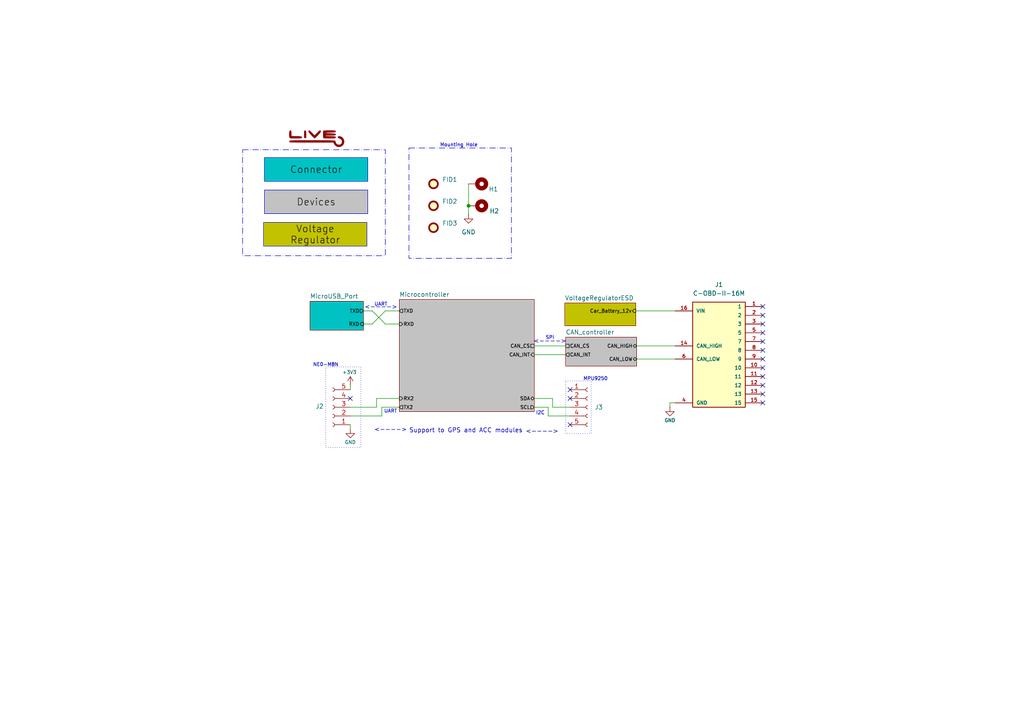
<source format=kicad_sch>
(kicad_sch (version 20231120) (generator "eeschema") (generator_version "8.0")
  (paper "A4")
  (title_block (title "Dongle eaLIVE for telemetry") (date "2024-09-19") (rev "2.0") (company "LIVE") (comment 1 "Size A4") (comment 2 "Drawn by: João Gabriel") (comment 3 "Sheet 1 of 5"))
  (lib_symbols
    (symbol "Connector:Conn_01x05_Socket" (pin_names (offset 1.016) hide)
      (property "Reference" "J" (at 0 7.62 0))
      (property "Value" "Conn_01x05_Socket" (at 0 -7.62 0))
      (symbol "Conn_01x05_Socket_1_1"
        (arc (start 0 -4.572) (mid -0.5058 -5.08) (end 0 -5.588) (stroke (width 0.1524)))
        (arc (start 0 -2.032) (mid -0.5058 -2.54) (end 0 -3.048) (stroke (width 0.1524)))
        (polyline (pts (xy -1.27 -5.08) (xy -0.508 -5.08)) (stroke (width 0.1524)))
        (polyline (pts (xy -1.27 -2.54) (xy -0.508 -2.54)) (stroke (width 0.1524)))
        (polyline (pts (xy -1.27 0) (xy -0.508 0)) (stroke (width 0.1524)))
        (polyline (pts (xy -1.27 2.54) (xy -0.508 2.54)) (stroke (width 0.1524)))
        (polyline (pts (xy -1.27 5.08) (xy -0.508 5.08)) (stroke (width 0.1524)))
        (arc (start 0 0.508) (mid -0.5058 0) (end 0 -0.508) (stroke (width 0.1524)))
        (arc (start 0 3.048) (mid -0.5058 2.54) (end 0 2.032) (stroke (width 0.1524)))
        (arc (start 0 5.588) (mid -0.5058 5.08) (end 0 4.572) (stroke (width 0.1524)))
        (pin passive line (at -5.08 5.08 0) (length 3.81) (name "Pin_1") (number "1"))
        (pin passive line (at -5.08 2.54 0) (length 3.81) (name "Pin_2") (number "2"))
        (pin passive line (at -5.08 0 0) (length 3.81) (name "Pin_3") (number "3"))
        (pin passive line (at -5.08 -2.54 0) (length 3.81) (name "Pin_4") (number "4"))
        (pin passive line (at -5.08 -5.08 0) (length 3.81) (name "Pin_5") (number "5"))
      )
    )
    (symbol "DongleALIVE:LOGO" (pin_names (offset 1.016))
      (symbol "LOGO_0_0"
        (polyline (pts (xy -2.921 -0.635) (xy -2.921 0.3718) (xy -2.9236 0.7706) (xy -2.9353 1.0853) (xy -2.9597 1.2867) (xy -3.0007 1.4043) (xy -3.0621 1.4675) (xy -3.1745 1.5108) (xy -3.3372 1.4452) (xy -3.3666 1.4151) (xy -3.4181 1.3063) (xy -3.4502 1.1183) (xy -3.4667 0.8211) (xy -3.4713 0.3847) (xy -3.4675 0.0489) (xy -3.4547 -0.2837) (xy -3.4352 -0.5205) (xy -3.411 -0.6248) (xy -3.3208 -0.6578) (xy -3.1358 -0.6601) (xy -2.921 -0.635)) (stroke (width 0.01)) (fill (type outline)))
        (polyline (pts (xy -5.3569 -0.758) (xy -4.8909 -0.7436) (xy -4.5566 -0.7147) (xy -4.3352 -0.6675) (xy -4.2081 -0.5978) (xy -4.1564 -0.5018) (xy -4.1616 -0.3754) (xy -4.1751 -0.3309) (xy -4.219 -0.2828) (xy -4.3136 -0.2474) (xy -4.4826 -0.2216) (xy -4.7499 -0.2021) (xy -5.139 -0.1858) (xy -5.6737 -0.1694) (xy -7.1543 -0.127) (xy -7.1966 0.6764) (xy -7.2119 0.9399) (xy -7.2375 1.2248) (xy -7.2725 1.3935) (xy -7.3249 1.4782) (xy -7.4027 1.5112) (xy -7.512 1.5148) (xy -7.6421 1.4357) (xy -7.7278 1.2389) (xy -7.7749 0.9078) (xy -7.7893 0.426) (xy -7.7875 0.2092) (xy -7.7689 -0.1658) (xy -7.7269 -0.4167) (xy -7.6575 -0.5738) (xy -7.6483 -0.5869) (xy -7.5943 -0.6501) (xy -7.5204 -0.6959) (xy -7.4017 -0.7272) (xy -7.2132 -0.7466) (xy -6.9301 -0.757) (xy -6.5275 -0.7612) (xy -5.9804 -0.762) (xy -5.9732 -0.762) (xy -5.3569 -0.758)) (stroke (width 0.01)) (fill (type outline)))
        (polyline (pts (xy -0.3395 -0.6778) (xy -0.3272 -0.6702) (xy -0.1971 -0.5604) (xy 0.0157 -0.3561) (xy 0.2845 -0.0835) (xy 0.5828 0.2311) (xy 0.8074 0.4772) (xy 1.1041 0.8296) (xy 1.2827 1.093) (xy 1.3494 1.281) (xy 1.3108 1.4073) (xy 1.1733 1.4855) (xy 1.0993 1.4946) (xy 0.9867 1.455) (xy 0.8345 1.3405) (xy 0.6196 1.1329) (xy 0.3188 0.8139) (xy 0.028 0.5071) (xy -0.2373 0.254) (xy -0.4229 0.1185) (xy -0.5418 0.0917) (xy -0.6068 0.1644) (xy -0.6417 0.2222) (xy -0.7779 0.3854) (xy -0.9849 0.6068) (xy -1.2318 0.8561) (xy -1.4874 1.1027) (xy -1.7207 1.3165) (xy -1.9008 1.4671) (xy -1.9965 1.524) (xy -2.0813 1.4919) (xy -2.1985 1.36) (xy -2.2137 1.322) (xy -2.2123 1.2165) (xy -2.1493 1.0739) (xy -2.0126 0.8781) (xy -1.7903 0.6131) (xy -1.4703 0.2627) (xy -1.0405 -0.1892) (xy -0.9697 -0.2625) (xy -0.7215 -0.5074) (xy -0.5513 -0.646) (xy -0.4326 -0.6968) (xy -0.3395 -0.6778)) (stroke (width 0.01)) (fill (type outline)))
        (polyline (pts (xy 6.8585 -3.2357) (xy 7.3081 -3.0693) (xy 7.7235 -2.7521) (xy 7.9284 -2.4838) (xy 8.089 -2.0388) (xy 8.1083 -1.5177) (xy 8.031 -1.1792) (xy 7.8229 -0.7866) (xy 7.5217 -0.4658) (xy 7.1597 -0.2493) (xy 6.7691 -0.1697) (xy 6.7477 -0.1698) (xy 6.4645 -0.2199) (xy 6.3191 -0.3365) (xy 6.3135 -0.4864) (xy 6.4499 -0.6363) (xy 6.7305 -0.7531) (xy 7.0001 -0.8572) (xy 7.3245 -1.1171) (xy 7.3558 -1.1549) (xy 7.4798 -1.3412) (xy 7.525 -1.5335) (xy 7.513 -1.8116) (xy 7.4809 -2.034) (xy 7.3958 -2.2539) (xy 7.2365 -2.4219) (xy 7.0525 -2.546) (xy 6.6955 -2.6564) (xy 6.3153 -2.6036) (xy 6.0358 -2.4779) (xy 5.8039 -2.2543) (xy 5.6571 -1.9124) (xy 5.6345 -1.837) (xy 5.5511 -1.6055) (xy 5.4782 -1.4605) (xy 5.4652 -1.4514) (xy 5.3863 -1.4321) (xy 5.2319 -1.4154) (xy 4.9925 -1.401) (xy 4.6587 -1.3889) (xy 4.2212 -1.3789) (xy 3.6706 -1.3709) (xy 2.9976 -1.3647) (xy 2.1927 -1.3601) (xy 1.2466 -1.357) (xy 0.1499 -1.3552) (xy -1.1068 -1.3547) (xy -1.2647 -1.3547) (xy -2.4511 -1.3549) (xy -3.4807 -1.3557) (xy -4.3649 -1.3574) (xy -5.1147 -1.3601) (xy -5.7414 -1.3641) (xy -6.2563 -1.3697) (xy -6.6705 -1.3771) (xy -6.9953 -1.3866) (xy -7.2418 -1.3984) (xy -7.4213 -1.4127) (xy -7.5449 -1.4299) (xy -7.624 -1.4501) (xy -7.6697 -1.4736) (xy -7.6933 -1.5007) (xy -7.7244 -1.5801) (xy -7.6945 -1.797) (xy -7.6926 -1.8003) (xy -7.6687 -1.8281) (xy -7.6236 -1.8522) (xy -7.546 -1.8728) (xy -7.4244 -1.8902) (xy -7.2475 -1.9046) (xy -7.0039 -1.9165) (xy -6.6821 -1.9259) (xy -6.2707 -1.9332) (xy -5.7584 -1.9386) (xy -5.1338 -1.9425) (xy -4.3855 -1.945) (xy -3.502 -1.9465) (xy -2.472 -1.9472) (xy -1.284 -1.9474) (xy 5.046 -1.9474) (xy 5.1469 -2.2263) (xy 5.2138 -2.3712) (xy 5.4586 -2.6988) (xy 5.7888 -2.9861) (xy 6.1489 -3.1804) (xy 6.3986 -3.245) (xy 6.8585 -3.2357)) (stroke (width 0.01)) (fill (type outline)))
        (polyline (pts (xy 4.1621 -0.7563) (xy 4.61 -0.7477) (xy 4.9989 -0.7317) (xy 5.2942 -0.7082) (xy 5.4614 -0.6772) (xy 5.4639 -0.6762) (xy 5.6292 -0.5682) (xy 5.6574 -0.402) (xy 5.655 -0.3858) (xy 5.6377 -0.3219) (xy 5.5927 -0.2753) (xy 5.4966 -0.2429) (xy 5.3256 -0.2213) (xy 5.0562 -0.2073) (xy 4.6647 -0.1974) (xy 4.1275 -0.1886) (xy 3.5812 -0.1782) (xy 3.1797 -0.1649) (xy 2.9047 -0.1465) (xy 2.7348 -0.1211) (xy 2.6487 -0.0864) (xy 2.6247 -0.0404) (xy 2.6427 0.0017) (xy 2.7191 0.0367) (xy 2.8762 0.0606) (xy 3.1363 0.0753) (xy 3.5214 0.0826) (xy 4.0536 0.0846) (xy 4.5047 0.0861) (xy 4.9234 0.093) (xy 5.2172 0.1076) (xy 5.4106 0.132) (xy 5.5281 0.1684) (xy 5.5939 0.2187) (xy 5.655 0.3274) (xy 5.6163 0.4939) (xy 5.6149 0.4961) (xy 5.56 0.5481) (xy 5.4567 0.5867) (xy 5.2809 0.6144) (xy 5.0083 0.6338) (xy 4.6147 0.6476) (xy 4.0761 0.6581) (xy 3.6268 0.6667) (xy 3.2087 0.68) (xy 2.9209 0.6982) (xy 2.742 0.7235) (xy 2.6504 0.7582) (xy 2.6247 0.8043) (xy 2.6411 0.8427) (xy 2.7186 0.8793) (xy 2.8793 0.9063) (xy 3.1447 0.9257) (xy 3.5365 0.9397) (xy 4.0761 0.9505) (xy 4.0988 0.9508) (xy 4.6317 0.9615) (xy 5.0203 0.9754) (xy 5.2889 0.9951) (xy 5.4617 1.0231) (xy 5.5627 1.0622) (xy 5.6163 1.1147) (xy 5.6594 1.227) (xy 5.5939 1.3899) (xy 5.5798 1.405) (xy 5.5065 1.4487) (xy 5.3784 1.4805) (xy 5.1724 1.5022) (xy 4.8658 1.5155) (xy 4.4356 1.5222) (xy 3.8589 1.524) (xy 3.3421 1.5215) (xy 2.8296 1.5109) (xy 2.4651 1.4913) (xy 2.2371 1.462) (xy 2.1336 1.4224) (xy 2.1199 1.4039) (xy 2.0714 1.2204) (xy 2.0419 0.8739) (xy 2.032 0.3683) (xy 2.0345 -0.0114) (xy 2.0462 -0.312) (xy 2.0714 -0.5014) (xy 2.1146 -0.6107) (xy 2.1802 -0.6706) (xy 2.2464 -0.6906) (xy 2.4712 -0.718) (xy 2.8097 -0.7383) (xy 3.2274 -0.7515) (xy 3.6897 -0.7576) (xy 4.1621 -0.7563)) (stroke (width 0.01)) (fill (type outline)))
      )
    )
    (symbol "DongleALIVE:OBDII_Connector" (pin_names (offset 1.016))
      (property "Reference" "J" (at -7.62 11.43 0))
      (property "Value" "C-OBD-II-16M" (at -3.048 12.192 0))
      (symbol "OBDII_Connector_0_0"
        (rectangle (start -7.62 10.16) (end 7.62 -20.32) (stroke (width 0.254)) (fill (type background)))
        (pin passive line (at 12.7 8.89 180) (length 5.08) (name "1") (number "1"))
        (pin passive line (at 12.7 -8.89 180) (length 5.08) (name "10") (number "10"))
        (pin passive line (at 12.7 -11.43 180) (length 5.08) (name "11") (number "11"))
        (pin passive line (at 12.7 -13.97 180) (length 5.08) (name "12") (number "12"))
        (pin passive line (at 12.7 -16.51 180) (length 5.08) (name "13") (number "13"))
        (pin passive line (at 12.7 -19.05 180) (length 5.08) (name "15") (number "15"))
        (pin passive line (at 12.7 6.35 180) (length 5.08) (name "2") (number "2"))
        (pin passive line (at 12.7 3.81 180) (length 5.08) (name "3") (number "3"))
        (pin passive line (at 12.7 1.27 180) (length 5.08) (name "5") (number "5"))
        (pin passive line (at 12.7 -1.27 180) (length 5.08) (name "7") (number "7"))
        (pin passive line (at 12.7 -3.81 180) (length 5.08) (name "8") (number "8"))
        (pin passive line (at 12.7 -6.35 180) (length 5.08) (name "9") (number "9"))
      )
      (symbol "OBDII_Connector_1_0"
        (pin passive line (at -12.7 -2.54 0) (length 5.08) (name "CAN_HIGH") (number "14"))
        (pin passive line (at -12.7 7.62 0) (length 5.08) (name "VIN") (number "16"))
        (pin passive line (at -12.7 -19.05 0) (length 5.08) (name "GND") (number "4"))
        (pin passive line (at -12.7 -6.35 0) (length 5.08) (name "CAN_LOW") (number "6"))
      )
    )
    (symbol "Mechanical:Fiducial" (exclude_from_sim yes) (in_bom no)
      (property "Reference" "FID" (at 0 5.08 0))
      (property "Value" "Fiducial" (at 0 3.175 0))
      (symbol "Fiducial_0_1"
        (circle (center 0 0) (radius 1.27) (stroke (width 0.508)) (fill (type background)))
      )
    )
    (symbol "Mechanical:MountingHole_Pad" (pin_numbers hide) (pin_names (offset 1.016) hide) (exclude_from_sim yes) (in_bom no)
      (property "Reference" "H" (at 0 6.35 0))
      (property "Value" "MountingHole_Pad" (at 0 4.445 0))
      (symbol "MountingHole_Pad_0_1"
        (circle (center 0 1.27) (radius 1.27) (stroke (width 1.27)))
      )
      (symbol "MountingHole_Pad_1_1"
        (pin input line (at 0 -2.54 90) (length 2.54) (name "1") (number "1"))
      )
    )
    (symbol "power:+3V3" (power) (pin_numbers hide) (pin_names (offset 0) hide)
      (property "Value" "+3V3" (at 0 3.556 0))
      (symbol "+3V3_0_1"
        (polyline (pts (xy -0.762 1.27) (xy 0 2.54)))
        (polyline (pts (xy 0 0) (xy 0 2.54)))
        (polyline (pts (xy 0 2.54) (xy 0.762 1.27)))
      )
      (symbol "+3V3_1_1"
        (pin power_in line (at 0 0 90) (length 0) (name "~") (number "1"))
      )
    )
    (symbol "power:GND" (power) (pin_numbers hide) (pin_names (offset 0) hide)
      (property "Value" "GND" (at 0 -3.81 0))
      (symbol "GND_0_1"
        (polyline (pts (xy 0 0) (xy 0 -1.27) (xy 1.27 -1.27) (xy 0 -2.54) (xy -1.27 -1.27) (xy 0 -1.27)))
      )
      (symbol "GND_1_1"
        (pin power_in line (at 0 0 270) (length 0) (name "~") (number "1"))
      )
    )
  )
  (junction (at 135.89 59.69))
  (no_connect (at 101.6 115.57))
  (no_connect (at 221.234 93.98))
  (no_connect (at 221.234 111.76))
  (no_connect (at 221.234 101.6))
  (no_connect (at 221.234 109.22))
  (no_connect (at 165.354 115.57))
  (no_connect (at 221.234 114.3))
  (no_connect (at 221.234 104.14))
  (no_connect (at 221.234 88.9))
  (no_connect (at 221.234 106.68))
  (no_connect (at 221.234 96.52))
  (no_connect (at 221.234 116.84))
  (no_connect (at 221.234 91.44))
  (no_connect (at 221.234 99.06))
  (no_connect (at 165.354 123.19))
  (no_connect (at 165.354 113.03))
  (wire (pts (xy 105.41 90.17) (xy 107.95 90.17)))
  (wire (pts (xy 101.6 111.76) (xy 101.6 113.03)))
  (wire (pts (xy 154.94 115.57) (xy 160.274 115.57)))
  (wire (pts (xy 159.004 118.11) (xy 159.004 120.65)))
  (wire (pts (xy 135.89 59.69) (xy 135.89 62.23)))
  (wire (pts (xy 101.6 124.46) (xy 101.6 123.19)))
  (wire (pts (xy 184.404 90.17) (xy 195.834 90.17)))
  (wire (pts (xy 110.744 120.65) (xy 110.744 118.11)))
  (wire (pts (xy 101.6 120.65) (xy 110.744 120.65)))
  (wire (pts (xy 135.89 53.34) (xy 135.89 59.69)))
  (wire (pts (xy 110.744 118.11) (xy 115.824 118.11)))
  (wire (pts (xy 109.22 115.57) (xy 115.824 115.57)))
  (wire (pts (xy 107.95 90.17) (xy 111.76 93.98)))
  (wire (pts (xy 109.22 118.11) (xy 101.6 118.11)))
  (wire (pts (xy 109.22 115.57) (xy 109.22 118.11)))
  (wire (pts (xy 194.31 118.11) (xy 194.31 116.84)))
  (wire (pts (xy 160.274 118.11) (xy 165.354 118.11)))
  (wire (pts (xy 107.95 93.98) (xy 111.76 90.17)))
  (wire (pts (xy 159.004 120.65) (xy 165.354 120.65)))
  (wire (pts (xy 111.76 93.98) (xy 115.824 93.98)))
  (wire (pts (xy 111.76 90.17) (xy 115.824 90.17)))
  (wire (pts (xy 184.658 104.14) (xy 195.834 104.14)))
  (wire (pts (xy 194.31 116.84) (xy 195.834 116.84)))
  (wire (pts (xy 184.658 100.33) (xy 195.834 100.33)))
  (wire (pts (xy 105.41 93.98) (xy 107.95 93.98)))
  (wire (pts (xy 154.94 102.87) (xy 164.084 102.87)))
  (wire (pts (xy 154.94 118.11) (xy 159.004 118.11)))
  (wire (pts (xy 160.274 115.57) (xy 160.274 118.11)))
  (wire (pts (xy 154.94 100.33) (xy 164.084 100.33)))
  (rectangle (start 118.618 42.926) (end 148.336 74.93) (stroke (width 0) (type dash_dot)))
  (rectangle (start 94.488 106.426) (end 104.648 129.794) (stroke (width 0) (type dot)))
  (rectangle (start 70.358 43.434) (end 111.76 74.168) (stroke (width 0) (type dash_dot)))
  (rectangle (start 164.084 110.49) (end 171.45 125.73) (stroke (width 0) (type dot)))
  (text_box "Connector" (at 76.708 45.72 0) (size 29.972 6.858) (fill (type color) (color 0 194 194 1)) (effects (font (size 2 2))))
  (text_box "Voltage Regulator" (at 76.454 64.516 0) (size 29.972 6.858) (fill (type color) (color 194 194 0 1)) (effects (font (size 2 2))))
  (text_box "Devices" (at 76.708 55.118 0) (size 29.972 6.858) (fill (type color) (color 194 194 194 1)) (effects (font (size 2 2))))
  (text "Mounting Hole" (at 133.096 42.164 0) (effects (font (size 1 1))))
  (text "UART" (at 113.284 119.38 0) (effects (font (size 1 1))))
  (text "MPU9250" (at 172.72 109.982 0) (effects (font (size 1 1))))
  (text "UART" (at 110.49 88.392 0) (effects (font (size 1 1))))
  (text "NE0-M8N" (at 94.488 105.918 0) (effects (font (size 1 1))))
  (text "<---->" (at 159.512 99.06 0) (effects (font (size 1.27 1.27))))
  (text "<---->" (at 110.49 89.154 0) (effects (font (size 1.27 1.27))))
  (text "<---->" (at 157.226 125.222 0) (effects (font (size 1.27 1.27))))
  (text "I2C" (at 156.718 119.888 0) (effects (font (size 1 1))))
  (text "Support to GPS and ACC modules\n" (at 135.128 124.968 0) (effects (font (size 1.27 1.27))))
  (text "<---->" (at 113.284 124.714 0) (effects (font (size 1.27 1.27))))
  (text "SPI" (at 159.512 98.044 0) (effects (font (size 1 1))))
  (symbol (lib_id "Mechanical:MountingHole_Pad") (at 138.43 59.69 270) (unit 1) (exclude_from_sim yes) (in_bom no)
    (property "Reference" "H2" (at 141.986 61.214 90) (effects (justify left)))
    (property "Value" "MountingHole_Pad" (effects (hide yes)))
    (property "Footprint" "MountingHole:MountingHole_2.2mm_M2_Pad_Via" (effects (hide yes)))
    (property "Description" "Mounting Hole with connection" (effects (hide yes)))
  )
  (symbol (lib_id "power:GND") (at 135.89 62.23 0) (unit 1)
    (property "Reference" "#PWR01" (effects (hide yes)))
    (property "Value" "GND" (at 135.89 67.31 0))
    (property "Description" "Power symbol creates a global label with name \"GND\" , ground" (effects (hide yes)))
  )
  (symbol (lib_id "Connector:Conn_01x05_Socket") (at 96.52 118.11 180) (unit 1)
    (property "Reference" "J2" (at 92.71 117.856 0))
    (property "Value" "Conn_01x05_Socket" (effects (hide yes)))
    (property "Footprint" "Connector_PinSocket_2.54mm:PinSocket_1x05_P2.54mm_Vertical" (effects (hide yes)))
    (property "Description" "Generic connector, single row, 01x05, script generated" (effects (hide yes)))
    (property "LCSC" "C16076298" (effects (hide yes)))
  )
  (symbol (lib_id "Mechanical:MountingHole_Pad") (at 138.43 53.34 270) (unit 1) (exclude_from_sim yes) (in_bom no)
    (property "Reference" "H1" (at 141.732 54.864 90) (effects (justify left)))
    (property "Value" "MountingHole_Pad" (effects (hide yes)))
    (property "Footprint" "MountingHole:MountingHole_2.2mm_M2_Pad_Via" (effects (hide yes)))
    (property "Description" "Mounting Hole with connection" (effects (hide yes)))
  )
  (symbol (lib_id "power:+3V3") (at 101.6 111.76 0) (unit 1)
    (property "Reference" "#PWR02" (effects (hide yes)))
    (property "Value" "+3V3" (at 101.346 107.95 0) (effects (font (size 1 1))))
    (property "Description" "Power symbol creates a global label with name \"+3V3\"" (effects (hide yes)))
  )
  (symbol (lib_id "Mechanical:Fiducial") (at 125.73 59.69 0) (unit 1) (exclude_from_sim yes) (in_bom no)
    (property "Reference" "FID2" (at 128.27 58.4199 0) (effects (justify left)))
    (property "Value" "Fiducial" (effects (hide yes)))
    (property "Footprint" "Fiducial:Fiducial_0.5mm_Mask1mm" (effects (hide yes)))
    (property "Description" "Fiducial Marker" (effects (hide yes)))
  )
  (symbol (lib_id "power:GND") (at 101.6 124.46 0) (unit 1)
    (property "Reference" "#PWR04" (effects (hide yes)))
    (property "Value" "GND" (at 101.6 128.27 0) (effects (font (size 1 1))))
    (property "Description" "Power symbol creates a global label with name \"GND\" , ground" (effects (hide yes)))
  )
  (symbol (lib_id "power:GND") (at 194.31 118.11 0) (unit 1)
    (property "Reference" "#PWR03" (effects (hide yes)))
    (property "Value" "GND" (at 194.31 121.92 0) (effects (font (size 1 1))))
    (property "Description" "Power symbol creates a global label with name \"GND\" , ground" (effects (hide yes)))
  )
  (symbol (lib_id "DongleALIVE:LOGO") (at 91.694 39.37 0) (unit 1) (exclude_from_sim yes) (in_bom no) (on_board no)
    (property "Reference" "#G1" (effects (hide yes)))
    (property "Value" "LOGO" (effects (hide yes)))
    (property "Footprint" "DongleALIVE:logo_live" (effects (hide yes)))
  )
  (symbol (lib_id "DongleALIVE:OBDII_Connector") (at 208.534 97.79 0) (unit 1)
    (property "Reference" "J1" (at 208.534 82.55 0))
    (property "Value" "C-OBD-II-16M" (at 208.534 85.09 0))
    (property "Footprint" "DongleALIVE:COMTECH_C-OBD-II-16M" (effects (hide yes)))
  )
  (symbol (lib_id "Mechanical:Fiducial") (at 125.73 66.04 0) (unit 1) (exclude_from_sim yes) (in_bom no)
    (property "Reference" "FID3" (at 128.27 64.7699 0) (effects (justify left)))
    (property "Value" "Fiducial" (effects (hide yes)))
    (property "Footprint" "Fiducial:Fiducial_0.5mm_Mask1mm" (effects (hide yes)))
    (property "Description" "Fiducial Marker" (effects (hide yes)))
  )
  (symbol (lib_id "Connector:Conn_01x05_Socket") (at 170.434 118.11 0) (unit 1)
    (property "Reference" "J3" (at 172.466 118.11 0) (effects (justify left)))
    (property "Value" "Conn_01x05_Socket" (effects (hide yes)))
    (property "Footprint" "Connector_PinSocket_2.54mm:PinSocket_1x05_P2.54mm_Vertical" (effects (hide yes)))
    (property "Description" "Generic connector, single row, 01x05, script generated" (effects (hide yes)))
    (property "LCSC" "C16076298" (effects (hide yes)))
  )
  (symbol (lib_id "Mechanical:Fiducial") (at 125.73 53.34 0) (unit 1) (exclude_from_sim yes) (in_bom no)
    (property "Reference" "FID1" (at 128.27 52.0699 0) (effects (justify left)))
    (property "Value" "Fiducial" (effects (hide yes)))
    (property "Footprint" "Fiducial:Fiducial_0.5mm_Mask1mm" (effects (hide yes)))
    (property "Description" "Fiducial Marker" (effects (hide yes)))
  )
  (sheet (at 115.824 86.868) (size 39.116 32.512) (stroke (width 0.1524)) (fill (color 194 194 194 1.0000))
    (property "Sheetname" "Microcontroller" (at 115.824 86.1564 0) (effects (justify left bottom)))
    (property "Sheetfile" "04_sch/Microcontroller.kicad_sch" (effects (hide yes)))
    (pin "CAN_INT" input (at 154.94 102.87 0) (effects (font (size 1 1))))
    (pin "CAN_CS" passive (at 154.94 100.33 0) (effects (font (size 1 1))))
    (pin "SCL" output (at 154.94 118.11 0) (effects (font (size 1 1))))
    (pin "SDA" bidirectional (at 154.94 115.57 0) (effects (font (size 1 1))))
    (pin "TX2" output (at 115.824 118.11 180) (effects (font (size 1 1))))
    (pin "RX2" input (at 115.824 115.57 180) (effects (font (size 1 1))))
    (pin "TXD" output (at 115.824 90.17 180) (effects (font (size 1 1))))
    (pin "RXD" input (at 115.824 93.98 180) (effects (font (size 1 1))))
  )
  (sheet (at 163.83 87.884) (size 20.574 6.604) (stroke (width 0.1524)) (fill (color 194 194 0 1.0000))
    (property "Sheetname" "VoltageRegulatorESD" (at 163.83 87.1724 0) (effects (justify left bottom)))
    (property "Sheetfile" "04_sch/VoltageRegulatorESD.kicad_sch" (effects (hide yes)))
    (pin "Car_Battery_12v" input (at 184.404 90.17 0) (effects (font (size 1 1))))
  )
  (sheet (at 164.084 97.79) (size 20.574 8.382) (stroke (width 0.1524)) (fill (color 194 194 194 1.0000))
    (property "Sheetname" "CAN_controller" (at 164.084 97.0784 0) (effects (justify left bottom)))
    (property "Sheetfile" "04_sch/CAN_controller.kicad_sch" (effects (hide yes)))
    (pin "CAN_LOW" bidirectional (at 184.658 104.14 0) (effects (font (size 1 1))))
    (pin "CAN_HIGH" bidirectional (at 184.658 100.33 0) (effects (font (size 1 1))))
    (pin "CAN_CS" passive (at 164.084 100.33 180) (effects (font (size 1 1))))
    (pin "CAN_INT" output (at 164.084 102.87 180) (effects (font (size 1 1))))
  )
  (sheet (at 89.916 87.376) (size 15.494 8.382) (stroke (width 0.1524)) (fill (color 0 194 194 1.0000))
    (property "Sheetname" "MicroUSB_Port" (at 89.916 86.6644 0) (effects (justify left bottom)))
    (property "Sheetfile" "04_sch/USB_Port.kicad_sch" (effects (hide yes)))
    (pin "RXD" input (at 105.41 93.98 0) (effects (font (size 1 1))))
    (pin "TXD" output (at 105.41 90.17 0) (effects (font (size 1 1))))
  )
)
</source>
